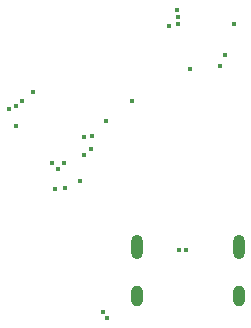
<source format=gbr>
%TF.GenerationSoftware,KiCad,Pcbnew,8.0.3-8.0.3-0~ubuntu24.04.1*%
%TF.CreationDate,2024-07-12T17:05:17+02:00*%
%TF.ProjectId,erace-rx-v2,65726163-652d-4727-982d-76322e6b6963,rev?*%
%TF.SameCoordinates,Original*%
%TF.FileFunction,Copper,L2,Inr*%
%TF.FilePolarity,Positive*%
%FSLAX46Y46*%
G04 Gerber Fmt 4.6, Leading zero omitted, Abs format (unit mm)*
G04 Created by KiCad (PCBNEW 8.0.3-8.0.3-0~ubuntu24.04.1) date 2024-07-12 17:05:17*
%MOMM*%
%LPD*%
G01*
G04 APERTURE LIST*
%TA.AperFunction,ComponentPad*%
%ADD10O,1.000000X2.100000*%
%TD*%
%TA.AperFunction,ComponentPad*%
%ADD11O,1.000000X1.800000*%
%TD*%
%TA.AperFunction,ViaPad*%
%ADD12C,0.450000*%
%TD*%
G04 APERTURE END LIST*
D10*
%TO.N,GND*%
%TO.C,J2*%
X60450000Y-70040000D03*
D11*
X60450000Y-74190000D03*
D10*
X69090000Y-70040000D03*
D11*
X69090000Y-74190000D03*
%TD*%
D12*
%TO.N,/SS*%
X63200000Y-51350000D03*
X55950000Y-62250000D03*
%TO.N,/MISO*%
X56550000Y-61700000D03*
X63889806Y-50003154D03*
%TO.N,/SCK*%
X63950000Y-51150000D03*
X55950000Y-60750000D03*
%TO.N,/MOSI*%
X63950000Y-50574997D03*
X56700000Y-60600000D03*
%TO.N,/IO1*%
X53800000Y-63450000D03*
%TO.N,Net-(C7-Pad1)*%
X60050000Y-57650000D03*
X49600000Y-58365000D03*
%TO.N,Net-(U1-XTAL_N)*%
X57850000Y-59350000D03*
X50200000Y-59800000D03*
%TO.N,+3V3*%
X53485000Y-65100000D03*
X54400000Y-65000000D03*
X55625000Y-64400000D03*
%TO.N,Net-(RF1-DCC_FB)*%
X68700000Y-51120000D03*
X64950000Y-55000000D03*
%TO.N,/IO2*%
X54250000Y-62950000D03*
X51690000Y-56900000D03*
%TO.N,/IO0*%
X67500000Y-54700000D03*
X53250000Y-62950000D03*
%TO.N,/IO1*%
X67900000Y-53750000D03*
%TO.N,/USBD-*%
X57950000Y-76000000D03*
X50760830Y-57629719D03*
X64000000Y-70300000D03*
%TO.N,/USBD+*%
X50265854Y-58124695D03*
X64575003Y-70300000D03*
X57567763Y-75499031D03*
%TD*%
M02*

</source>
